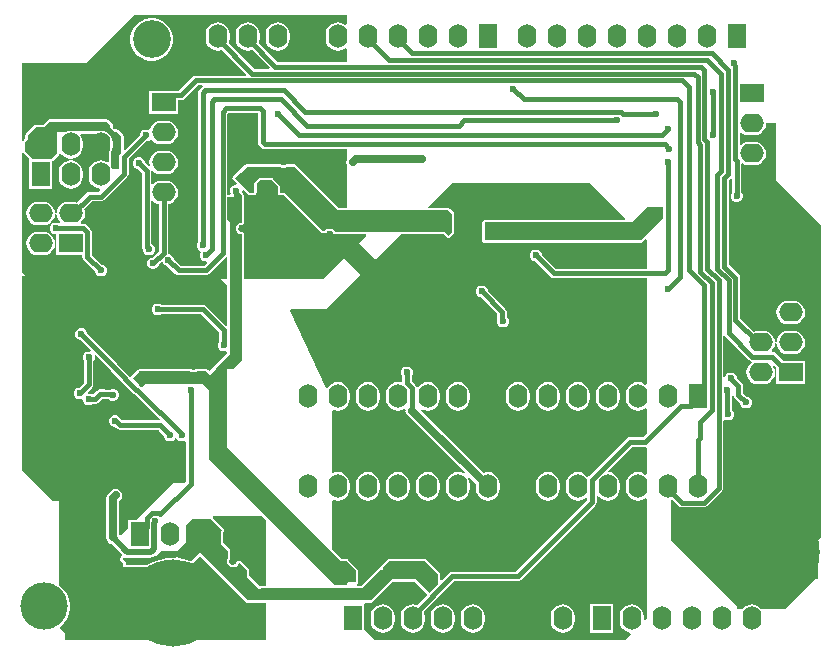
<source format=gbl>
G04*
G04 #@! TF.GenerationSoftware,Altium Limited,Altium Designer,22.7.1 (60)*
G04*
G04 Layer_Physical_Order=2*
G04 Layer_Color=16711680*
%FSLAX44Y44*%
%MOMM*%
G71*
G04*
G04 #@! TF.SameCoordinates,93D02D30-53BF-4241-BF36-2AC50CD89F1B*
G04*
G04*
G04 #@! TF.FilePolarity,Positive*
G04*
G01*
G75*
%ADD69C,0.3810*%
%ADD70C,0.4000*%
%ADD71C,0.6000*%
%ADD72C,0.7000*%
%ADD73C,0.5000*%
%ADD77O,2.0000X1.6000*%
%ADD78R,2.0000X1.6000*%
%ADD79O,1.6000X2.0000*%
%ADD80R,1.6000X2.0000*%
%ADD81C,4.0000*%
G04:AMPARAMS|DCode=82|XSize=2mm|YSize=1.2mm|CornerRadius=0.36mm|HoleSize=0mm|Usage=FLASHONLY|Rotation=0.000|XOffset=0mm|YOffset=0mm|HoleType=Round|Shape=RoundedRectangle|*
%AMROUNDEDRECTD82*
21,1,2.0000,0.4800,0,0,0.0*
21,1,1.2800,1.2000,0,0,0.0*
1,1,0.7200,0.6400,-0.2400*
1,1,0.7200,-0.6400,-0.2400*
1,1,0.7200,-0.6400,0.2400*
1,1,0.7200,0.6400,0.2400*
%
%ADD82ROUNDEDRECTD82*%
%ADD83C,3.2000*%
%ADD84C,7.4000*%
%ADD85C,0.6000*%
G36*
X281940Y528518D02*
X280670Y527892D01*
X279363Y528895D01*
X276931Y529903D01*
X274320Y530246D01*
X271709Y529903D01*
X269277Y528895D01*
X267188Y527292D01*
X265585Y525203D01*
X264577Y522771D01*
X264234Y520160D01*
Y516160D01*
X264577Y513549D01*
X265585Y511117D01*
X267188Y509028D01*
X269277Y507425D01*
X271709Y506417D01*
X274320Y506074D01*
X276931Y506417D01*
X279363Y507425D01*
X280670Y508428D01*
X281940Y507802D01*
Y496617D01*
X223294D01*
X207423Y512488D01*
X207863Y513549D01*
X208206Y516160D01*
Y520160D01*
X207863Y522771D01*
X206855Y525203D01*
X205252Y527292D01*
X203163Y528895D01*
X200730Y529903D01*
X198120Y530246D01*
X195509Y529903D01*
X193077Y528895D01*
X190988Y527292D01*
X189385Y525203D01*
X188377Y522771D01*
X188034Y520160D01*
Y516160D01*
X188377Y513549D01*
X189385Y511117D01*
X190988Y509028D01*
X193077Y507425D01*
X195509Y506417D01*
X198120Y506074D01*
X200730Y506417D01*
X201792Y506857D01*
X216670Y491980D01*
X216183Y490807D01*
X203704D01*
X182023Y512488D01*
X182463Y513549D01*
X182806Y516160D01*
Y520160D01*
X182463Y522771D01*
X181455Y525203D01*
X179852Y527292D01*
X177763Y528895D01*
X175331Y529903D01*
X172720Y530246D01*
X170110Y529903D01*
X167677Y528895D01*
X165588Y527292D01*
X163985Y525203D01*
X162977Y522771D01*
X162634Y520160D01*
Y516160D01*
X162977Y513549D01*
X163985Y511117D01*
X165588Y509028D01*
X167677Y507425D01*
X170110Y506417D01*
X172720Y506074D01*
X175331Y506417D01*
X176392Y506857D01*
X197078Y486172D01*
X196592Y484998D01*
X154125D01*
X154125Y484998D01*
X152564Y484688D01*
X151241Y483804D01*
X139796Y472358D01*
X133000D01*
X133000Y472358D01*
X132606Y472280D01*
X115000D01*
Y452280D01*
X139000D01*
Y464202D01*
X141485D01*
X141485Y464202D01*
X143046Y464512D01*
X144369Y465396D01*
X155815Y476842D01*
X159525D01*
X159910Y475572D01*
X159437Y475255D01*
X157205Y473023D01*
X156342Y471732D01*
X156039Y470208D01*
Y344428D01*
X155798Y344188D01*
X155037Y342350D01*
Y340361D01*
X155798Y338523D01*
X157205Y337117D01*
X157816Y336864D01*
X158321Y335572D01*
X158255Y335412D01*
X157560Y333735D01*
Y331745D01*
X158321Y329908D01*
X159728Y328501D01*
X161565Y327740D01*
X162833D01*
X163359Y326470D01*
X160911Y324021D01*
X141349D01*
X135725Y329646D01*
Y330010D01*
X134964Y331848D01*
X133557Y333254D01*
X131719Y334015D01*
X130959Y334942D01*
X130982Y335056D01*
Y376255D01*
X131610Y376337D01*
X134043Y377345D01*
X136132Y378948D01*
X137735Y381037D01*
X138743Y383470D01*
X139086Y386080D01*
X138743Y388690D01*
X137735Y391123D01*
X136132Y393212D01*
X134043Y394815D01*
X131610Y395823D01*
X129000Y396166D01*
X125000D01*
X122389Y395823D01*
X119957Y394815D01*
X117868Y393212D01*
X117671Y392956D01*
X116469Y393364D01*
Y404085D01*
X117243Y404492D01*
X117703Y404563D01*
X117868Y404348D01*
X119957Y402745D01*
X122389Y401737D01*
X125000Y401394D01*
X129000D01*
X131610Y401737D01*
X134043Y402745D01*
X136132Y404348D01*
X137735Y406437D01*
X138743Y408870D01*
X139086Y411480D01*
X138743Y414090D01*
X137735Y416523D01*
X136132Y418612D01*
X134043Y420215D01*
X131610Y421223D01*
X129000Y421566D01*
X125000D01*
X122389Y421223D01*
X119957Y420215D01*
X117868Y418612D01*
X116265Y416523D01*
X115257Y414090D01*
X114914Y411480D01*
X115233Y409054D01*
X114849Y408708D01*
X114084Y408407D01*
X111000Y411491D01*
Y411855D01*
X110239Y413692D01*
X108832Y415099D01*
X106995Y415860D01*
X105006D01*
X103168Y415099D01*
X101761Y413692D01*
X101000Y411855D01*
Y409865D01*
X101761Y408028D01*
X103168Y406621D01*
X105006Y405860D01*
X105369D01*
X108506Y402724D01*
Y340225D01*
X108809Y338702D01*
X109300Y337967D01*
Y336825D01*
X110061Y334988D01*
X111468Y333581D01*
X113305Y332820D01*
X115295D01*
X117132Y333581D01*
X118539Y334988D01*
X119300Y336825D01*
Y338815D01*
X118539Y340652D01*
X117132Y342059D01*
X116469Y342334D01*
Y378796D01*
X117671Y379204D01*
X117868Y378948D01*
X119957Y377345D01*
X122389Y376337D01*
X123019Y376255D01*
Y336705D01*
X117295Y330981D01*
X116931D01*
X115093Y330220D01*
X113686Y328813D01*
X112925Y326976D01*
Y324986D01*
X113686Y323149D01*
X115093Y321742D01*
X116931Y320981D01*
X118920D01*
X120758Y321742D01*
X122164Y323149D01*
X122925Y324986D01*
Y325350D01*
X124715Y327140D01*
X126213Y326842D01*
X126486Y326183D01*
X127892Y324776D01*
X129730Y324015D01*
X130094D01*
X136885Y317225D01*
X138176Y316362D01*
X139700Y316059D01*
X162560D01*
X164084Y316362D01*
X165375Y317225D01*
X179536Y331385D01*
X180536Y331102D01*
X180806Y330907D01*
Y312420D01*
X175260D01*
X180806Y306874D01*
Y273661D01*
X179536Y273135D01*
X162835Y289835D01*
X161544Y290698D01*
X160020Y291001D01*
X125010D01*
X124752Y291259D01*
X122915Y292020D01*
X120925D01*
X119088Y291259D01*
X117681Y289852D01*
X116920Y288015D01*
Y286025D01*
X117681Y284188D01*
X119088Y282781D01*
X120925Y282020D01*
X122915D01*
X124752Y282781D01*
X125010Y283039D01*
X158371D01*
X173818Y267591D01*
Y259630D01*
X173561Y259372D01*
X172800Y257535D01*
Y255545D01*
X173561Y253708D01*
X174968Y252301D01*
X176805Y251540D01*
X178795D01*
X179451Y251812D01*
X180492Y251143D01*
X180579Y249847D01*
X169836Y239104D01*
X169157Y238087D01*
X165840Y234771D01*
X164457Y236154D01*
X163796Y236596D01*
X163015Y236751D01*
X155423D01*
X155423Y236751D01*
X154643Y236596D01*
X154203Y236302D01*
X152989Y235799D01*
X151811D01*
X150597Y236302D01*
X150157Y236596D01*
X149377Y236751D01*
X106516D01*
X105736Y236596D01*
X105074Y236154D01*
X104632Y235492D01*
X104628Y235473D01*
X99424Y230268D01*
X98435Y230171D01*
X88616Y239989D01*
X87795Y241218D01*
X62311Y266702D01*
Y267066D01*
X61550Y268904D01*
X60143Y270311D01*
X58305Y271072D01*
X56316D01*
X54479Y270311D01*
X53072Y268904D01*
X52311Y267066D01*
Y265077D01*
X53072Y263239D01*
X54479Y261833D01*
X56316Y261072D01*
X56680D01*
X65353Y252399D01*
X64633Y251322D01*
X64495Y251380D01*
X62505D01*
X60668Y250619D01*
X59261Y249212D01*
X58500Y247375D01*
Y245385D01*
X59261Y243548D01*
X59518Y243290D01*
Y225169D01*
X55249Y220900D01*
X54885D01*
X53048Y220139D01*
X51641Y218732D01*
X50880Y216895D01*
Y214905D01*
X51641Y213068D01*
X53048Y211661D01*
X54885Y210900D01*
X56875D01*
X57444Y211136D01*
X58500Y210430D01*
Y209825D01*
X59261Y207988D01*
X60668Y206581D01*
X62505Y205820D01*
X64495D01*
X66332Y206581D01*
X66590Y206838D01*
X68580D01*
X70104Y207142D01*
X71395Y208005D01*
X74969Y211578D01*
X75247D01*
X75273Y211561D01*
X76797Y211257D01*
X80431D01*
X81108Y210581D01*
X82945Y209820D01*
X84935D01*
X86772Y210581D01*
X88179Y211988D01*
X88940Y213825D01*
Y215814D01*
X88179Y217652D01*
X86772Y219059D01*
X84935Y219820D01*
X82945D01*
X81498Y219221D01*
X78027D01*
X78000Y219238D01*
X76476Y219541D01*
X73320D01*
X71796Y219238D01*
X70505Y218375D01*
X67588Y215458D01*
X66332Y215059D01*
X64495Y215820D01*
X63227D01*
X62701Y217090D01*
X66315Y220705D01*
X67178Y221996D01*
X67481Y223520D01*
Y243290D01*
X67739Y243548D01*
X68500Y245385D01*
Y247375D01*
X68443Y247513D01*
X69519Y248233D01*
X81344Y236408D01*
X82165Y235180D01*
X101004Y216340D01*
X102296Y215477D01*
X102647Y215407D01*
X123607Y194447D01*
X123081Y193176D01*
X91293D01*
X90540Y193930D01*
X89941Y195377D01*
X88534Y196784D01*
X86696Y197545D01*
X84707D01*
X82869Y196784D01*
X81463Y195377D01*
X80702Y193540D01*
Y191550D01*
X81463Y189713D01*
X82869Y188306D01*
X84707Y187545D01*
X85664D01*
X86829Y186380D01*
X88121Y185517D01*
X89644Y185214D01*
X122392D01*
X123008Y184598D01*
X123457Y183925D01*
X127080Y180302D01*
Y179345D01*
X127841Y177508D01*
X129248Y176101D01*
X131085Y175340D01*
X133075D01*
X134912Y176101D01*
X136319Y177508D01*
X136473Y177879D01*
X137847D01*
X138001Y177508D01*
X139408Y176101D01*
X141245Y175340D01*
X143235D01*
X144509Y175868D01*
X145779Y175149D01*
Y141387D01*
X144092Y139700D01*
X134620D01*
X103440Y108520D01*
X96680D01*
Y101760D01*
X90698Y95778D01*
X89428Y96304D01*
Y124677D01*
X90325Y125575D01*
X91541Y127394D01*
X91968Y129540D01*
X91541Y131686D01*
X90325Y133505D01*
X88506Y134721D01*
X86360Y135148D01*
X84214Y134721D01*
X82395Y133505D01*
X79855Y130965D01*
X78639Y129146D01*
X78212Y127000D01*
Y93980D01*
X78639Y91834D01*
X79855Y90015D01*
X81674Y88799D01*
X82452Y88644D01*
X82720Y88591D01*
X91547Y79765D01*
X91574Y79682D01*
X91553Y78988D01*
X91316Y78200D01*
X91268Y78168D01*
X90826Y77506D01*
X90300Y76236D01*
X90145Y75456D01*
X90300Y74675D01*
X90742Y74014D01*
X92782Y71974D01*
Y70828D01*
X92937Y70047D01*
X93379Y69386D01*
X94041Y68944D01*
X94821Y68788D01*
X97755D01*
X98065Y68660D01*
X100055D01*
X100365Y68788D01*
X113315D01*
X113551Y68835D01*
X113791Y68845D01*
X113937Y68912D01*
X114095Y68944D01*
X114295Y69077D01*
X114514Y69178D01*
X115248Y69712D01*
X118364Y71299D01*
X119545Y71767D01*
X120705Y72247D01*
X122882Y73149D01*
X123515Y73355D01*
X128509Y74554D01*
X129167Y74658D01*
X130650Y74775D01*
X130647Y74807D01*
X132990Y75061D01*
X137529D01*
X143275Y74151D01*
X148808Y72353D01*
X149229Y72138D01*
X149307Y72116D01*
X149375Y72071D01*
X149688Y72009D01*
X149995Y71922D01*
X150076Y71932D01*
X150155Y71916D01*
X150468Y71978D01*
X150785Y72016D01*
X150856Y72055D01*
X150935Y72071D01*
X151201Y72249D01*
X151480Y72405D01*
X151530Y72468D01*
X151597Y72513D01*
X157480Y78396D01*
X196678Y39198D01*
X197340Y38756D01*
X198120Y38601D01*
X213360D01*
Y6869D01*
X43180D01*
Y12700D01*
X38924Y16956D01*
X39048Y18220D01*
X39424Y18471D01*
X42488Y21536D01*
X44896Y25139D01*
X46554Y29143D01*
X47400Y33393D01*
Y37727D01*
X46554Y41977D01*
X44896Y45981D01*
X42488Y49584D01*
X39424Y52649D01*
X38100Y53533D01*
Y96520D01*
Y101600D01*
Y124460D01*
X33020D01*
X6869Y150611D01*
Y314960D01*
X10160D01*
X6869Y318251D01*
Y419842D01*
X8135Y419985D01*
X8577Y419324D01*
X13408Y414493D01*
X12922Y413320D01*
X12860D01*
Y389320D01*
X32860D01*
Y412666D01*
X33488Y413086D01*
X33488Y413086D01*
X38361Y417959D01*
X38804Y418621D01*
X40147Y418866D01*
X41128Y417588D01*
X43217Y415985D01*
X45649Y414977D01*
X47238Y414768D01*
X48057Y414660D01*
Y413380D01*
X47238Y413272D01*
X45649Y413063D01*
X43217Y412055D01*
X41128Y410452D01*
X39525Y408363D01*
X38517Y405930D01*
X38174Y403320D01*
Y399320D01*
X38517Y396710D01*
X39525Y394277D01*
X41128Y392188D01*
X43217Y390585D01*
X45649Y389577D01*
X48260Y389234D01*
X50870Y389577D01*
X53303Y390585D01*
X55392Y392188D01*
X56995Y394277D01*
X58003Y396710D01*
X58346Y399320D01*
Y403320D01*
X58003Y405930D01*
X56995Y408363D01*
X55392Y410452D01*
X53303Y412055D01*
X50870Y413063D01*
X49282Y413272D01*
X48463Y413380D01*
Y414660D01*
X49282Y414768D01*
X50870Y414977D01*
X53303Y415985D01*
X55392Y417588D01*
X56995Y419677D01*
X58003Y422109D01*
X58346Y424720D01*
Y428720D01*
X58003Y431330D01*
X56995Y433763D01*
X56319Y434644D01*
X56881Y435783D01*
X69504D01*
X70284Y435938D01*
X71582Y436476D01*
X72841Y436642D01*
X74479D01*
X75738Y436476D01*
X77675Y435674D01*
X78682Y434901D01*
X79841Y433742D01*
X80614Y432735D01*
X81416Y430798D01*
X81707Y428586D01*
Y424854D01*
X81416Y422642D01*
X80552Y420557D01*
X80397Y419776D01*
Y412191D01*
X79258Y411629D01*
X78703Y412055D01*
X76270Y413063D01*
X73660Y413406D01*
X71049Y413063D01*
X68617Y412055D01*
X66528Y410452D01*
X64925Y408363D01*
X63917Y405930D01*
X63574Y403320D01*
Y399320D01*
X63917Y396710D01*
X64925Y394277D01*
X66528Y392188D01*
X68617Y390585D01*
X71049Y389577D01*
X73062Y389313D01*
X73530Y387984D01*
X72038Y386492D01*
X64471D01*
X62947Y386189D01*
X61655Y385326D01*
X53932Y377603D01*
X52870Y378043D01*
X50260Y378386D01*
X46260D01*
X43650Y378043D01*
X41217Y377035D01*
X39128Y375432D01*
X37525Y373343D01*
X36517Y370910D01*
X36308Y369322D01*
X36200Y368503D01*
X34920D01*
X34812Y369322D01*
X34603Y370910D01*
X33595Y373343D01*
X31992Y375432D01*
X29903Y377035D01*
X27471Y378043D01*
X24860Y378386D01*
X20860D01*
X18249Y378043D01*
X15817Y377035D01*
X13728Y375432D01*
X12125Y373343D01*
X11117Y370910D01*
X10774Y368300D01*
X11117Y365690D01*
X12125Y363257D01*
X13728Y361168D01*
X15817Y359565D01*
X18249Y358557D01*
X20860Y358214D01*
X24860D01*
X27471Y358557D01*
X29903Y359565D01*
X31992Y361168D01*
X33595Y363257D01*
X34603Y365690D01*
X34812Y367278D01*
X34920Y368097D01*
X36200D01*
X36308Y367278D01*
X36517Y365690D01*
X37525Y363257D01*
X38829Y361558D01*
X38843Y361515D01*
X38610Y360382D01*
X38428Y360105D01*
X38019Y359994D01*
X36555Y360600D01*
X34565D01*
X32728Y359839D01*
X31321Y358432D01*
X30560Y356595D01*
Y354605D01*
X31321Y352768D01*
X32728Y351361D01*
X34565Y350600D01*
X36260D01*
Y332900D01*
X58183D01*
Y331535D01*
X58487Y330011D01*
X59350Y328720D01*
X68660Y319409D01*
Y319045D01*
X69421Y317208D01*
X70828Y315801D01*
X72665Y315040D01*
X74655D01*
X76492Y315801D01*
X77899Y317208D01*
X78660Y319045D01*
Y321035D01*
X77899Y322872D01*
X76492Y324279D01*
X74655Y325040D01*
X74291D01*
X66146Y333184D01*
Y352518D01*
X65843Y354041D01*
X64980Y355333D01*
X61898Y358415D01*
X60606Y359278D01*
X59082Y359581D01*
X57300D01*
X56892Y360784D01*
X57392Y361168D01*
X58995Y363257D01*
X60003Y365690D01*
X60346Y368300D01*
X60003Y370910D01*
X59563Y371972D01*
X66120Y378529D01*
X73687D01*
X75210Y378832D01*
X76502Y379695D01*
X96080Y399273D01*
X96943Y400565D01*
X97247Y402089D01*
Y414196D01*
X112391Y429340D01*
X112755D01*
X114592Y430101D01*
X115387Y430896D01*
X116998Y430872D01*
X117013Y430862D01*
X117868Y429748D01*
X119957Y428145D01*
X122389Y427137D01*
X125000Y426794D01*
X129000D01*
X131610Y427137D01*
X134043Y428145D01*
X136132Y429748D01*
X137735Y431837D01*
X138743Y434269D01*
X139086Y436880D01*
X138743Y439491D01*
X137735Y441923D01*
X136132Y444012D01*
X134043Y445615D01*
X131610Y446623D01*
X129000Y446966D01*
X125000D01*
X122389Y446623D01*
X119957Y445615D01*
X117868Y444012D01*
X116265Y441923D01*
X115287Y439561D01*
X115227Y439477D01*
X113895Y438868D01*
X112755Y439340D01*
X110765D01*
X108928Y438579D01*
X107521Y437172D01*
X106760Y435335D01*
Y434971D01*
X94226Y422436D01*
X93052Y422922D01*
Y434313D01*
X93052Y434314D01*
X92897Y435094D01*
X92455Y435756D01*
X92455Y435756D01*
X89320Y438891D01*
X88658Y439333D01*
X87878Y439488D01*
X87878D01*
X87757Y439464D01*
X86236D01*
X85243Y439876D01*
X84276Y440843D01*
X83864Y441836D01*
Y443357D01*
X83888Y443478D01*
Y443478D01*
X83733Y444258D01*
X83291Y444920D01*
X83291Y444920D01*
X80857Y447354D01*
X80195Y447796D01*
X79415Y447951D01*
X32696D01*
X32514Y448134D01*
X31852Y448576D01*
X31072Y448731D01*
X30291Y448576D01*
X29630Y448134D01*
X25061Y443565D01*
X19083D01*
X18303Y443410D01*
X17641Y442968D01*
X11114Y436441D01*
X10526Y436048D01*
X10084Y435386D01*
X9929Y434606D01*
Y431913D01*
X8718Y430702D01*
X8685Y430653D01*
X8638Y430617D01*
X8465Y430323D01*
X8276Y430040D01*
X8264Y429982D01*
X8234Y429931D01*
X8093Y429526D01*
X6869Y429759D01*
Y495300D01*
X60960D01*
X101600Y535940D01*
X281940D01*
Y528518D01*
D02*
G37*
G36*
X645160Y396240D02*
X652613Y388787D01*
Y388787D01*
X683260Y358140D01*
Y93980D01*
X680720Y91440D01*
Y58420D01*
X678180D01*
X652780Y33020D01*
X633132D01*
X631972Y34532D01*
X629883Y36135D01*
X627450Y37143D01*
X624840Y37486D01*
X622229Y37143D01*
X619797Y36135D01*
X617708Y34532D01*
X616548Y33020D01*
X612140D01*
Y35560D01*
X556260Y91440D01*
Y125524D01*
X556511Y125557D01*
X557572Y125997D01*
X562990Y120580D01*
X564281Y119717D01*
X565805Y119413D01*
X584231D01*
X585755Y119717D01*
X587047Y120580D01*
X599830Y133363D01*
X600693Y134655D01*
X600997Y136179D01*
Y192913D01*
X602267Y193641D01*
X603525Y193120D01*
X605515D01*
X607352Y193881D01*
X608759Y195288D01*
X609520Y197125D01*
Y199115D01*
X608759Y200952D01*
X608298Y201413D01*
Y213699D01*
X609568Y213824D01*
X609701Y213156D01*
X610585Y211833D01*
X614760Y207658D01*
Y207285D01*
X615521Y205448D01*
X616928Y204041D01*
X618765Y203280D01*
X620755D01*
X622592Y204041D01*
X623999Y205448D01*
X624760Y207285D01*
Y209275D01*
X623999Y211112D01*
X622592Y212519D01*
X620755Y213280D01*
X620674D01*
X617547Y216406D01*
Y222231D01*
X617547Y222231D01*
X617237Y223791D01*
X616353Y225115D01*
X616353Y225115D01*
X612178Y229289D01*
Y229662D01*
X611417Y231500D01*
X610010Y232907D01*
X608173Y233668D01*
X606184D01*
X604346Y232907D01*
X602939Y231500D01*
X602178Y229662D01*
X600997Y229875D01*
Y264505D01*
X602267Y264890D01*
X602435Y264639D01*
X622714Y244360D01*
X624005Y243497D01*
X624589Y243381D01*
X624906Y242023D01*
X623328Y240812D01*
X621725Y238723D01*
X620717Y236290D01*
X620374Y233680D01*
X620717Y231070D01*
X621725Y228637D01*
X623328Y226548D01*
X625417Y224945D01*
X627850Y223937D01*
X630460Y223594D01*
X634460D01*
X637071Y223937D01*
X639503Y224945D01*
X641592Y226548D01*
X643195Y228637D01*
X644203Y231070D01*
X644546Y233680D01*
X644203Y236290D01*
X643195Y238723D01*
X642551Y239562D01*
X643508Y240401D01*
X645860Y238049D01*
Y223680D01*
X669860D01*
Y243680D01*
X651491D01*
X645180Y249990D01*
X643889Y250853D01*
X642516Y251126D01*
X642226Y251592D01*
X641959Y252426D01*
X643195Y254037D01*
X644203Y256469D01*
X644412Y258058D01*
X644520Y258877D01*
X645800D01*
X645908Y258058D01*
X646117Y256469D01*
X647125Y254037D01*
X648728Y251948D01*
X650817Y250345D01*
X653250Y249337D01*
X655860Y248994D01*
X659860D01*
X662470Y249337D01*
X664903Y250345D01*
X666992Y251948D01*
X668595Y254037D01*
X669603Y256469D01*
X669946Y259080D01*
X669603Y261691D01*
X668595Y264123D01*
X666992Y266212D01*
X664903Y267815D01*
X662470Y268823D01*
X659860Y269166D01*
X655860D01*
X653250Y268823D01*
X650817Y267815D01*
X648728Y266212D01*
X647125Y264123D01*
X646117Y261691D01*
X645908Y260102D01*
X645800Y259283D01*
X644520D01*
X644412Y260102D01*
X644203Y261691D01*
X643195Y264123D01*
X641592Y266212D01*
X639503Y267815D01*
X637071Y268823D01*
X634460Y269166D01*
X630460D01*
X627850Y268823D01*
X626788Y268383D01*
X615042Y280129D01*
Y314072D01*
X614738Y315595D01*
X613875Y316887D01*
X605696Y325066D01*
Y396802D01*
X606792Y397898D01*
X608062Y397371D01*
Y385963D01*
X607901Y385802D01*
X607140Y383965D01*
Y381975D01*
X607901Y380138D01*
X609308Y378731D01*
X611145Y377970D01*
X613135D01*
X614972Y378731D01*
X616379Y380138D01*
X617140Y381975D01*
Y383965D01*
X616379Y385802D01*
X616218Y385963D01*
Y410140D01*
X617357Y410702D01*
X617797Y410365D01*
X620229Y409357D01*
X622840Y409014D01*
X626840D01*
X629450Y409357D01*
X631883Y410365D01*
X633972Y411968D01*
X635575Y414057D01*
X636583Y416489D01*
X636926Y419100D01*
X636583Y421711D01*
X635575Y424143D01*
X633972Y426232D01*
X631883Y427835D01*
X629450Y428843D01*
X626840Y429186D01*
X622840D01*
X620229Y428843D01*
X617797Y427835D01*
X616188Y426601D01*
X614918Y427211D01*
Y436389D01*
X616188Y436999D01*
X617797Y435765D01*
X620229Y434757D01*
X622840Y434414D01*
X626840D01*
X629450Y434757D01*
X631883Y435765D01*
X633972Y437368D01*
X635575Y439457D01*
X636583Y441889D01*
X636926Y444500D01*
X645160D01*
Y396240D01*
D02*
G37*
G36*
X274988Y370863D02*
X368012D01*
X371051Y367824D01*
Y352364D01*
X368277Y349589D01*
X365105Y352760D01*
X272171D01*
X271925Y353352D01*
X270519Y354759D01*
X268681Y355520D01*
X266692D01*
X264854Y354759D01*
X263448Y353352D01*
X262122Y353469D01*
X229533Y386059D01*
X225559D01*
Y391160D01*
X225559Y391160D01*
X225404Y391940D01*
X224962Y392602D01*
X224962Y392602D01*
X219882Y397682D01*
X219220Y398124D01*
X218440Y398279D01*
X208280D01*
X207500Y398124D01*
X206838Y397682D01*
X206838Y397682D01*
X204298Y395142D01*
X203856Y394480D01*
X203701Y393700D01*
Y386059D01*
X199669D01*
X187248Y398479D01*
X190816Y402047D01*
X191720Y402932D01*
X192157D01*
X197218Y407993D01*
X225509D01*
X225811Y407691D01*
X227648Y406930D01*
X229637D01*
X231475Y407691D01*
X231777Y407993D01*
X237857D01*
X274988Y370863D01*
D02*
G37*
G36*
X31851Y445912D02*
X79415D01*
X81849Y443478D01*
X81825Y443420D01*
Y441430D01*
X82586Y439593D01*
X83993Y438186D01*
X85830Y437425D01*
X87820D01*
X87878Y437449D01*
X91013Y434314D01*
Y419224D01*
X90450Y418660D01*
X89587Y417369D01*
X89536Y417116D01*
X89284Y415845D01*
Y405756D01*
X83426D01*
X83403Y405930D01*
X82436Y408264D01*
Y419776D01*
X83403Y422109D01*
X83746Y424720D01*
Y428720D01*
X83403Y431330D01*
X82395Y433763D01*
X80792Y435852D01*
X78703Y437455D01*
X76270Y438463D01*
X73660Y438806D01*
X71049Y438463D01*
X69504Y437822D01*
X52416D01*
X50870Y438463D01*
X48260Y438806D01*
X45649Y438463D01*
X43398Y437530D01*
X36920D01*
Y419401D01*
X32046Y414528D01*
X16257D01*
X10019Y420766D01*
Y428856D01*
X10160Y429260D01*
X11968Y431068D01*
Y434606D01*
X12163D01*
X19083Y441526D01*
X26003D01*
Y441623D01*
X31072Y446692D01*
X31851Y445912D01*
D02*
G37*
G36*
X223520Y391160D02*
Y390959D01*
Y386059D01*
X223675Y385278D01*
X224117Y384617D01*
X224779Y384174D01*
X225559Y384019D01*
X228688D01*
X260680Y352027D01*
X260937Y351855D01*
X261179Y351661D01*
X261266Y351636D01*
X261341Y351585D01*
X261645Y351525D01*
X261942Y351438D01*
X263269Y351321D01*
X263359Y351331D01*
X263448Y351313D01*
X263752Y351374D01*
X264060Y351407D01*
X264139Y351451D01*
X264228Y351468D01*
X264486Y351640D01*
X264757Y351789D01*
X264814Y351860D01*
X264890Y351910D01*
X266010Y353030D01*
X267098Y353481D01*
X268276D01*
X269364Y353030D01*
X270197Y352197D01*
X270287Y351980D01*
X270729Y351318D01*
X271390Y350876D01*
X272171Y350721D01*
X298261D01*
X298747Y349547D01*
X292100Y342900D01*
X306070Y328930D01*
X327861Y350721D01*
X364261D01*
X366835Y348147D01*
X367496Y347705D01*
X368277Y347549D01*
X369057Y347705D01*
X369719Y348147D01*
X372493Y350922D01*
X372935Y351583D01*
X373091Y352364D01*
Y367824D01*
X372935Y368604D01*
X372493Y369266D01*
X372493Y369266D01*
X369454Y372305D01*
X368793Y372747D01*
X368012Y372902D01*
X351701D01*
X351215Y374075D01*
X370840Y393700D01*
X487680D01*
X517487Y363893D01*
X517001Y362719D01*
X398780D01*
X398000Y362564D01*
X397338Y362122D01*
X396896Y361460D01*
X396741Y360680D01*
Y345440D01*
X396896Y344660D01*
X397338Y343998D01*
X398000Y343556D01*
X398780Y343401D01*
X530860D01*
X530860Y343401D01*
X531640Y343556D01*
X532302Y343998D01*
X532302Y343998D01*
X534842Y346538D01*
X535940Y345440D01*
Y321578D01*
X458889D01*
X446960Y333508D01*
Y333735D01*
X446199Y335572D01*
X444792Y336979D01*
X442955Y337740D01*
X440965D01*
X439128Y336979D01*
X437721Y335572D01*
X436960Y333735D01*
Y331745D01*
X437721Y329908D01*
X439128Y328501D01*
X440965Y327740D01*
X441192D01*
X454316Y314616D01*
X455639Y313732D01*
X457200Y313422D01*
X535940D01*
Y223997D01*
X534670Y223370D01*
X533543Y224235D01*
X531110Y225243D01*
X528500Y225586D01*
X525890Y225243D01*
X523457Y224235D01*
X521368Y222632D01*
X519765Y220543D01*
X518757Y218111D01*
X518414Y215500D01*
Y211500D01*
X518757Y208890D01*
X519765Y206457D01*
X521368Y204368D01*
X523457Y202765D01*
X525890Y201757D01*
X528500Y201414D01*
X531110Y201757D01*
X533543Y202765D01*
X534670Y203630D01*
X535940Y203003D01*
Y182337D01*
X532566Y178964D01*
X521715D01*
X521715Y178964D01*
X520154Y178653D01*
X518831Y177769D01*
X486894Y145832D01*
X486541Y145634D01*
X485471Y145599D01*
X484832Y146432D01*
X482743Y148035D01*
X480311Y149043D01*
X477700Y149386D01*
X475089Y149043D01*
X472657Y148035D01*
X470568Y146432D01*
X468965Y144343D01*
X467957Y141910D01*
X467614Y139300D01*
Y135300D01*
X467957Y132690D01*
X468965Y130257D01*
X470568Y128168D01*
X472657Y126565D01*
X475089Y125557D01*
X477700Y125214D01*
X480311Y125557D01*
X482743Y126565D01*
X484352Y127799D01*
X485622Y127189D01*
Y125629D01*
X425031Y65038D01*
X371380D01*
X371380Y65038D01*
X369819Y64728D01*
X368496Y63844D01*
X368496Y63844D01*
X362446Y57793D01*
X361273Y58280D01*
Y62407D01*
X361273Y62407D01*
X361117Y63187D01*
X360675Y63849D01*
X349422Y75102D01*
X348760Y75544D01*
X347980Y75699D01*
X317500D01*
X317500Y75699D01*
X316720Y75544D01*
X316058Y75102D01*
X316058Y75102D01*
X310978Y70022D01*
X310536Y69360D01*
X310381Y68580D01*
Y68079D01*
X309880D01*
X309100Y67924D01*
X308438Y67482D01*
X293795Y52839D01*
X290721D01*
X290525Y53434D01*
X290510Y54109D01*
X291002Y54438D01*
X291444Y55100D01*
X291599Y55880D01*
Y66040D01*
X291444Y66820D01*
X291002Y67482D01*
X283382Y75102D01*
X282720Y75544D01*
X281940Y75699D01*
X277705D01*
X269240Y84164D01*
Y125280D01*
X270510Y126129D01*
X271889Y125557D01*
X274500Y125214D01*
X277111Y125557D01*
X279543Y126565D01*
X281632Y128168D01*
X283235Y130257D01*
X284243Y132690D01*
X284586Y135300D01*
Y139300D01*
X284243Y141910D01*
X283235Y144343D01*
X281632Y146432D01*
X279543Y148035D01*
X277111Y149043D01*
X274500Y149386D01*
X271889Y149043D01*
X270510Y148471D01*
X269240Y149320D01*
Y201480D01*
X270510Y202329D01*
X271889Y201757D01*
X274500Y201414D01*
X277111Y201757D01*
X279543Y202765D01*
X281632Y204368D01*
X283235Y206457D01*
X284243Y208890D01*
X284586Y211500D01*
Y215500D01*
X284243Y218111D01*
X283235Y220543D01*
X281632Y222632D01*
X279543Y224235D01*
X277111Y225243D01*
X274500Y225586D01*
X271889Y225243D01*
X269457Y224235D01*
X267368Y222632D01*
X265976Y220818D01*
X264606Y220750D01*
X234180Y285949D01*
X234862Y287020D01*
X264160D01*
X293370Y316230D01*
X279400Y330200D01*
X261620Y312420D01*
X195079D01*
Y350600D01*
X194924Y351380D01*
X194482Y352042D01*
X193820Y352484D01*
X193040Y352639D01*
X192451D01*
X191363Y353090D01*
X190530Y353923D01*
X190118Y354916D01*
Y356283D01*
X190491Y357183D01*
X191285Y357977D01*
X191285Y357977D01*
X191379Y358117D01*
X192451Y358561D01*
X193040D01*
X193820Y358716D01*
X194482Y359158D01*
X194924Y359820D01*
X195079Y360600D01*
Y383540D01*
X194924Y384320D01*
X194482Y384982D01*
X194482Y384982D01*
X193225Y386239D01*
X193402Y386665D01*
Y387646D01*
X194672Y388172D01*
X198227Y384617D01*
X198889Y384174D01*
X199669Y384019D01*
X203701D01*
X204481Y384174D01*
X205143Y384617D01*
X205585Y385278D01*
X205740Y386059D01*
Y393499D01*
Y393700D01*
X205882Y393842D01*
X205882Y393842D01*
X208138Y396098D01*
X208138Y396098D01*
X208280Y396240D01*
X218440D01*
X223520Y391160D01*
D02*
G37*
G36*
X206838Y428952D02*
X207142Y427428D01*
X208005Y426137D01*
X210236Y423905D01*
X211528Y423042D01*
X213052Y422738D01*
X281940D01*
Y414042D01*
X281839Y413891D01*
X281412Y411745D01*
X281839Y409599D01*
X281940Y409448D01*
Y373380D01*
X281742Y372902D01*
X275832D01*
X239299Y409435D01*
X238637Y409877D01*
X237857Y410033D01*
X231777D01*
X230997Y409877D01*
X230335Y409435D01*
X230320Y409420D01*
X229232Y408969D01*
X228054D01*
X226966Y409420D01*
X226951Y409435D01*
X226289Y409877D01*
X225509Y410033D01*
X197218D01*
X196438Y409877D01*
X195776Y409435D01*
X195776Y409435D01*
X191213Y404872D01*
X190958Y404824D01*
X190950Y404818D01*
X190939Y404816D01*
X190616Y404600D01*
X190292Y404389D01*
X189389Y403504D01*
X189383Y403495D01*
X189374Y403489D01*
X185807Y399921D01*
X185364Y399260D01*
X185209Y398479D01*
X185364Y397699D01*
X185807Y397038D01*
X185807Y397037D01*
X188914Y393930D01*
X188388Y392660D01*
X187407D01*
X185569Y391899D01*
X184163Y390492D01*
X183402Y388655D01*
Y386665D01*
X183949Y385344D01*
X183296Y384146D01*
X183205Y384074D01*
X180956D01*
Y452494D01*
X181681Y453218D01*
X206838D01*
Y428952D01*
D02*
G37*
G36*
X549642Y364222D02*
X530860Y345440D01*
X398780D01*
Y360680D01*
X523240D01*
X535940Y373380D01*
X549642D01*
Y364222D01*
D02*
G37*
G36*
X193040Y383540D02*
Y360600D01*
X192045D01*
X190208Y359839D01*
X188801Y358432D01*
X188040Y356595D01*
Y354605D01*
X188801Y352768D01*
X190208Y351361D01*
X192045Y350600D01*
X193040D01*
Y243840D01*
X185420Y236220D01*
X180340D01*
Y170180D01*
X276860Y73660D01*
X281940D01*
X289560Y66040D01*
Y55880D01*
X283015D01*
X282935Y55960D01*
X281940Y54965D01*
Y53340D01*
X271780D01*
X165100Y160020D01*
Y218738D01*
X160318Y223520D01*
X111097D01*
X108870Y221293D01*
X108635Y221529D01*
X107786D01*
X107345Y221970D01*
X106053Y222833D01*
X106046Y222835D01*
Y223647D01*
X100866Y228827D01*
X106516Y234477D01*
Y234712D01*
X149377D01*
X149568Y234521D01*
X151405Y233760D01*
X153395D01*
X155232Y234521D01*
X155423Y234712D01*
X163015D01*
X165840Y231887D01*
X182845Y248892D01*
Y360715D01*
X180956Y362603D01*
Y382035D01*
X186455D01*
X190500Y386080D01*
X193040Y383540D01*
D02*
G37*
G36*
X535914Y169930D02*
X535940Y169847D01*
Y147797D01*
X534670Y147170D01*
X533543Y148035D01*
X531110Y149043D01*
X528500Y149386D01*
X525890Y149043D01*
X523457Y148035D01*
X521368Y146432D01*
X519765Y144343D01*
X518757Y141910D01*
X518414Y139300D01*
Y135300D01*
X518757Y132690D01*
X519765Y130257D01*
X521368Y128168D01*
X523457Y126565D01*
X525890Y125557D01*
X528500Y125214D01*
X531110Y125557D01*
X533543Y126565D01*
X534670Y127430D01*
X535940Y126803D01*
Y25400D01*
X534596Y24056D01*
X533326Y24582D01*
Y27400D01*
X532983Y30010D01*
X531975Y32443D01*
X530372Y34532D01*
X528283Y36135D01*
X525850Y37143D01*
X523240Y37486D01*
X520630Y37143D01*
X518197Y36135D01*
X516108Y34532D01*
X514505Y32443D01*
X513497Y30010D01*
X513154Y27400D01*
Y23400D01*
X513497Y20789D01*
X514505Y18357D01*
X516108Y16268D01*
X518197Y14665D01*
X520630Y13657D01*
X522195Y13451D01*
X522650Y12110D01*
X517409Y6869D01*
X305551D01*
X297020Y15400D01*
Y37400D01*
X297020D01*
X297187Y38601D01*
X302260D01*
X303040Y38756D01*
X303702Y39198D01*
X303702Y39198D01*
X320885Y56381D01*
X339515D01*
X350274Y45622D01*
X349376Y44724D01*
X341395Y36743D01*
X340430Y37143D01*
X337820Y37486D01*
X335210Y37143D01*
X332777Y36135D01*
X330688Y34532D01*
X329085Y32443D01*
X328077Y30010D01*
X327734Y27400D01*
Y23400D01*
X328077Y20789D01*
X329085Y18357D01*
X330688Y16268D01*
X332777Y14665D01*
X335210Y13657D01*
X337820Y13314D01*
X340430Y13657D01*
X342863Y14665D01*
X344952Y16268D01*
X346555Y18357D01*
X347563Y20789D01*
X347906Y23400D01*
Y27400D01*
X347563Y30010D01*
X347163Y30975D01*
X373069Y56882D01*
X426720D01*
X426720Y56882D01*
X428281Y57192D01*
X429604Y58076D01*
X492584Y121056D01*
X493468Y122379D01*
X493778Y123940D01*
Y128935D01*
X495048Y129366D01*
X495968Y128168D01*
X498057Y126565D01*
X500490Y125557D01*
X503100Y125214D01*
X505710Y125557D01*
X508143Y126565D01*
X510232Y128168D01*
X511835Y130257D01*
X512843Y132690D01*
X513186Y135300D01*
Y139300D01*
X512843Y141910D01*
X511835Y144343D01*
X510232Y146432D01*
X508143Y148035D01*
X505710Y149043D01*
X503700Y149307D01*
X503234Y150637D01*
X523404Y170807D01*
X534256D01*
X534256Y170807D01*
X534670Y170889D01*
X535914Y169930D01*
D02*
G37*
G36*
X213360Y108876D02*
Y52839D01*
X209801D01*
X209020Y52684D01*
X208754Y52506D01*
X199602Y61659D01*
Y66040D01*
Y66198D01*
X199446Y66978D01*
X199004Y67640D01*
X193032Y73612D01*
X192864Y73724D01*
X192723Y73866D01*
X192537Y73943D01*
X192370Y74054D01*
X192173Y74094D01*
X191987Y74170D01*
X191787D01*
X191590Y74210D01*
X191393Y74170D01*
X191192D01*
X189694Y73872D01*
X189508Y73796D01*
X189311Y73756D01*
X189144Y73645D01*
X188959Y73568D01*
X188817Y73426D01*
X188650Y73314D01*
X188538Y73147D01*
X188396Y73005D01*
X188319Y72820D01*
X188208Y72653D01*
X187930Y71983D01*
X187097Y71150D01*
X186009Y70699D01*
X184831D01*
X183838Y71111D01*
X182871Y72077D01*
X182459Y73071D01*
Y74249D01*
X182978Y75502D01*
X183226Y75872D01*
X183381Y76653D01*
Y82418D01*
X183226Y83199D01*
X182784Y83860D01*
X177588Y89056D01*
Y95072D01*
Y98791D01*
X177912Y99275D01*
X178067Y100055D01*
X177912Y100835D01*
X177470Y101497D01*
X177470Y101497D01*
X168477Y110490D01*
X169003Y111760D01*
X210476D01*
X213360Y108876D01*
D02*
G37*
G36*
X176028Y100055D02*
X175549Y99576D01*
Y88211D01*
X181342Y82418D01*
Y76653D01*
X181181Y76492D01*
X180420Y74655D01*
Y72665D01*
X181181Y70828D01*
X182588Y69421D01*
X184425Y68660D01*
X186415D01*
X188252Y69421D01*
X189659Y70828D01*
X190091Y71873D01*
X191590Y72171D01*
X197562Y66198D01*
Y60814D01*
X208689Y49688D01*
X209801Y50800D01*
X294640D01*
X309880Y66040D01*
X312420D01*
Y68580D01*
X317500Y73660D01*
X347980D01*
X359233Y62407D01*
Y54581D01*
X351716Y47064D01*
X340360Y58420D01*
X320040D01*
X302260Y40640D01*
X198120D01*
X157480Y81280D01*
X150155Y73955D01*
X149591Y74243D01*
X143752Y76140D01*
X137689Y77100D01*
X131551D01*
X125487Y76140D01*
X119649Y74243D01*
X114180Y71456D01*
X113315Y70828D01*
X94821D01*
Y72819D01*
X92184Y75456D01*
X92710Y76726D01*
X118483D01*
X124584Y82827D01*
X139060D01*
X146119Y89886D01*
Y104840D01*
X151024Y109746D01*
X166337D01*
X176028Y100055D01*
D02*
G37*
%LPC*%
G36*
X223520Y530246D02*
X220910Y529903D01*
X218477Y528895D01*
X216388Y527292D01*
X214785Y525203D01*
X213777Y522771D01*
X213434Y520160D01*
Y516160D01*
X213777Y513549D01*
X214785Y511117D01*
X216388Y509028D01*
X218477Y507425D01*
X220910Y506417D01*
X223520Y506074D01*
X226131Y506417D01*
X228563Y507425D01*
X230652Y509028D01*
X232255Y511117D01*
X233263Y513549D01*
X233606Y516160D01*
Y520160D01*
X233263Y522771D01*
X232255Y525203D01*
X230652Y527292D01*
X228563Y528895D01*
X226131Y529903D01*
X223520Y530246D01*
D02*
G37*
G36*
X118613Y533620D02*
X115067D01*
X111590Y532928D01*
X108314Y531571D01*
X105366Y529602D01*
X102858Y527094D01*
X100889Y524146D01*
X99532Y520870D01*
X98840Y517393D01*
Y513847D01*
X99532Y510370D01*
X100889Y507094D01*
X102858Y504146D01*
X105366Y501638D01*
X108314Y499669D01*
X111590Y498312D01*
X115067Y497620D01*
X118613D01*
X122090Y498312D01*
X125366Y499669D01*
X128314Y501638D01*
X130822Y504146D01*
X132791Y507094D01*
X134148Y510370D01*
X134840Y513847D01*
Y517393D01*
X134148Y520870D01*
X132791Y524146D01*
X130822Y527094D01*
X128314Y529602D01*
X125366Y531571D01*
X122090Y532928D01*
X118613Y533620D01*
D02*
G37*
G36*
X24860Y352986D02*
X20860D01*
X18249Y352643D01*
X15817Y351635D01*
X13728Y350032D01*
X12125Y347943D01*
X11117Y345510D01*
X10774Y342900D01*
X11117Y340289D01*
X12125Y337857D01*
X13728Y335768D01*
X15817Y334165D01*
X18249Y333157D01*
X20860Y332814D01*
X24860D01*
X27471Y333157D01*
X29903Y334165D01*
X31992Y335768D01*
X33595Y337857D01*
X34603Y340289D01*
X34946Y342900D01*
X34603Y345510D01*
X33595Y347943D01*
X31992Y350032D01*
X29903Y351635D01*
X27471Y352643D01*
X24860Y352986D01*
D02*
G37*
G36*
X659860Y294566D02*
X655860D01*
X653250Y294223D01*
X650817Y293215D01*
X648728Y291612D01*
X647125Y289523D01*
X646117Y287090D01*
X645774Y284480D01*
X646117Y281870D01*
X647125Y279437D01*
X648728Y277348D01*
X650817Y275745D01*
X653250Y274737D01*
X655860Y274394D01*
X659860D01*
X662470Y274737D01*
X664903Y275745D01*
X666992Y277348D01*
X668595Y279437D01*
X669603Y281870D01*
X669946Y284480D01*
X669603Y287090D01*
X668595Y289523D01*
X666992Y291612D01*
X664903Y293215D01*
X662470Y294223D01*
X659860Y294566D01*
D02*
G37*
G36*
X397235Y307260D02*
X395245D01*
X393408Y306499D01*
X392001Y305092D01*
X391240Y303255D01*
Y301265D01*
X392001Y299428D01*
X393408Y298021D01*
X395245Y297260D01*
X395609D01*
X409619Y283250D01*
Y279302D01*
X409020Y277855D01*
Y275865D01*
X409781Y274028D01*
X411188Y272621D01*
X413025Y271860D01*
X415015D01*
X416852Y272621D01*
X418259Y274028D01*
X419020Y275865D01*
Y277855D01*
X418259Y279692D01*
X417583Y280369D01*
Y284899D01*
X417279Y286423D01*
X416416Y287714D01*
X401240Y302891D01*
Y303255D01*
X400479Y305092D01*
X399072Y306499D01*
X397235Y307260D01*
D02*
G37*
G36*
X333735Y238680D02*
X331745D01*
X329908Y237919D01*
X328501Y236512D01*
X327740Y234675D01*
Y232685D01*
X328501Y230848D01*
X329012Y230337D01*
Y225929D01*
X328263Y225429D01*
X327742Y225265D01*
X325300Y225586D01*
X322690Y225243D01*
X320257Y224235D01*
X318168Y222632D01*
X316565Y220543D01*
X315557Y218111D01*
X315214Y215500D01*
Y211500D01*
X315557Y208890D01*
X316565Y206457D01*
X318168Y204368D01*
X320257Y202765D01*
X322690Y201757D01*
X325300Y201414D01*
X327910Y201757D01*
X330343Y202765D01*
X330704Y203042D01*
X331856Y202325D01*
X331692Y201500D01*
X332119Y199354D01*
X333335Y197535D01*
X381794Y149075D01*
X381143Y148035D01*
X378711Y149043D01*
X376100Y149386D01*
X373489Y149043D01*
X371057Y148035D01*
X368968Y146432D01*
X367365Y144343D01*
X366357Y141910D01*
X366014Y139300D01*
Y135300D01*
X366357Y132690D01*
X367365Y130257D01*
X368968Y128168D01*
X371057Y126565D01*
X373489Y125557D01*
X376100Y125214D01*
X378711Y125557D01*
X381143Y126565D01*
X383232Y128168D01*
X384835Y130257D01*
X385843Y132690D01*
X386186Y135300D01*
Y139300D01*
X385843Y141910D01*
X384835Y144343D01*
X385875Y144994D01*
X391432Y139438D01*
X391414Y139300D01*
Y135300D01*
X391757Y132690D01*
X392765Y130257D01*
X394368Y128168D01*
X396457Y126565D01*
X398890Y125557D01*
X401500Y125214D01*
X404110Y125557D01*
X406543Y126565D01*
X408632Y128168D01*
X410235Y130257D01*
X411243Y132690D01*
X411586Y135300D01*
Y139300D01*
X411243Y141910D01*
X410235Y144343D01*
X408632Y146432D01*
X406543Y148035D01*
X404110Y149043D01*
X401500Y149386D01*
X398890Y149043D01*
X398040Y148691D01*
X345006Y201725D01*
X345657Y202765D01*
X348089Y201757D01*
X350700Y201414D01*
X353311Y201757D01*
X355743Y202765D01*
X357832Y204368D01*
X359435Y206457D01*
X360443Y208890D01*
X360786Y211500D01*
Y215500D01*
X360443Y218111D01*
X359435Y220543D01*
X357832Y222632D01*
X355743Y224235D01*
X353311Y225243D01*
X350700Y225586D01*
X348089Y225243D01*
X345657Y224235D01*
X343568Y222632D01*
X342516Y221261D01*
X341158Y221578D01*
X341068Y222031D01*
X340184Y223354D01*
X340184Y223354D01*
X337169Y226369D01*
Y231307D01*
X337740Y232685D01*
Y234675D01*
X336979Y236512D01*
X335572Y237919D01*
X333735Y238680D01*
D02*
G37*
G36*
X503100Y225586D02*
X500490Y225243D01*
X498057Y224235D01*
X495968Y222632D01*
X494365Y220543D01*
X493357Y218111D01*
X493014Y215500D01*
Y211500D01*
X493357Y208890D01*
X494365Y206457D01*
X495968Y204368D01*
X498057Y202765D01*
X500490Y201757D01*
X503100Y201414D01*
X505710Y201757D01*
X508143Y202765D01*
X510232Y204368D01*
X511835Y206457D01*
X512843Y208890D01*
X513186Y211500D01*
Y215500D01*
X512843Y218111D01*
X511835Y220543D01*
X510232Y222632D01*
X508143Y224235D01*
X505710Y225243D01*
X503100Y225586D01*
D02*
G37*
G36*
X477700D02*
X475089Y225243D01*
X472657Y224235D01*
X470568Y222632D01*
X468965Y220543D01*
X467957Y218111D01*
X467614Y215500D01*
Y211500D01*
X467957Y208890D01*
X468965Y206457D01*
X470568Y204368D01*
X472657Y202765D01*
X475089Y201757D01*
X477700Y201414D01*
X480311Y201757D01*
X482743Y202765D01*
X484832Y204368D01*
X486435Y206457D01*
X487443Y208890D01*
X487786Y211500D01*
Y215500D01*
X487443Y218111D01*
X486435Y220543D01*
X484832Y222632D01*
X482743Y224235D01*
X480311Y225243D01*
X477700Y225586D01*
D02*
G37*
G36*
X452300D02*
X449689Y225243D01*
X447257Y224235D01*
X445168Y222632D01*
X443565Y220543D01*
X442557Y218111D01*
X442214Y215500D01*
Y211500D01*
X442557Y208890D01*
X443565Y206457D01*
X445168Y204368D01*
X447257Y202765D01*
X449689Y201757D01*
X452300Y201414D01*
X454911Y201757D01*
X457343Y202765D01*
X459432Y204368D01*
X461035Y206457D01*
X462043Y208890D01*
X462386Y211500D01*
Y215500D01*
X462043Y218111D01*
X461035Y220543D01*
X459432Y222632D01*
X457343Y224235D01*
X454911Y225243D01*
X452300Y225586D01*
D02*
G37*
G36*
X426900D02*
X424290Y225243D01*
X421857Y224235D01*
X419768Y222632D01*
X418165Y220543D01*
X417157Y218111D01*
X416814Y215500D01*
Y211500D01*
X417157Y208890D01*
X418165Y206457D01*
X419768Y204368D01*
X421857Y202765D01*
X424290Y201757D01*
X426900Y201414D01*
X429510Y201757D01*
X431943Y202765D01*
X434032Y204368D01*
X435635Y206457D01*
X436643Y208890D01*
X436986Y211500D01*
Y215500D01*
X436643Y218111D01*
X435635Y220543D01*
X434032Y222632D01*
X431943Y224235D01*
X429510Y225243D01*
X426900Y225586D01*
D02*
G37*
G36*
X376100D02*
X373489Y225243D01*
X371057Y224235D01*
X368968Y222632D01*
X367365Y220543D01*
X366357Y218111D01*
X366014Y215500D01*
Y211500D01*
X366357Y208890D01*
X367365Y206457D01*
X368968Y204368D01*
X371057Y202765D01*
X373489Y201757D01*
X376100Y201414D01*
X378711Y201757D01*
X381143Y202765D01*
X383232Y204368D01*
X384835Y206457D01*
X385843Y208890D01*
X386186Y211500D01*
Y215500D01*
X385843Y218111D01*
X384835Y220543D01*
X383232Y222632D01*
X381143Y224235D01*
X378711Y225243D01*
X376100Y225586D01*
D02*
G37*
G36*
X299900D02*
X297290Y225243D01*
X294857Y224235D01*
X292768Y222632D01*
X291165Y220543D01*
X290157Y218111D01*
X289814Y215500D01*
Y211500D01*
X290157Y208890D01*
X291165Y206457D01*
X292768Y204368D01*
X294857Y202765D01*
X297290Y201757D01*
X299900Y201414D01*
X302511Y201757D01*
X304943Y202765D01*
X307032Y204368D01*
X308635Y206457D01*
X309643Y208890D01*
X309986Y211500D01*
Y215500D01*
X309643Y218111D01*
X308635Y220543D01*
X307032Y222632D01*
X304943Y224235D01*
X302511Y225243D01*
X299900Y225586D01*
D02*
G37*
G36*
X452300Y149386D02*
X449689Y149043D01*
X447257Y148035D01*
X445168Y146432D01*
X443565Y144343D01*
X442557Y141910D01*
X442214Y139300D01*
Y135300D01*
X442557Y132690D01*
X443565Y130257D01*
X445168Y128168D01*
X447257Y126565D01*
X449689Y125557D01*
X452300Y125214D01*
X454911Y125557D01*
X457343Y126565D01*
X459432Y128168D01*
X461035Y130257D01*
X462043Y132690D01*
X462386Y135300D01*
Y139300D01*
X462043Y141910D01*
X461035Y144343D01*
X459432Y146432D01*
X457343Y148035D01*
X454911Y149043D01*
X452300Y149386D01*
D02*
G37*
G36*
X350700D02*
X348089Y149043D01*
X345657Y148035D01*
X343568Y146432D01*
X341965Y144343D01*
X340957Y141910D01*
X340614Y139300D01*
Y135300D01*
X340957Y132690D01*
X341965Y130257D01*
X343568Y128168D01*
X345657Y126565D01*
X348089Y125557D01*
X350700Y125214D01*
X353311Y125557D01*
X355743Y126565D01*
X357832Y128168D01*
X359435Y130257D01*
X360443Y132690D01*
X360786Y135300D01*
Y139300D01*
X360443Y141910D01*
X359435Y144343D01*
X357832Y146432D01*
X355743Y148035D01*
X353311Y149043D01*
X350700Y149386D01*
D02*
G37*
G36*
X325300D02*
X322690Y149043D01*
X320257Y148035D01*
X318168Y146432D01*
X316565Y144343D01*
X315557Y141910D01*
X315214Y139300D01*
Y135300D01*
X315557Y132690D01*
X316565Y130257D01*
X318168Y128168D01*
X320257Y126565D01*
X322690Y125557D01*
X325300Y125214D01*
X327910Y125557D01*
X330343Y126565D01*
X332432Y128168D01*
X334035Y130257D01*
X335043Y132690D01*
X335386Y135300D01*
Y139300D01*
X335043Y141910D01*
X334035Y144343D01*
X332432Y146432D01*
X330343Y148035D01*
X327910Y149043D01*
X325300Y149386D01*
D02*
G37*
G36*
X299900D02*
X297290Y149043D01*
X294857Y148035D01*
X292768Y146432D01*
X291165Y144343D01*
X290157Y141910D01*
X289814Y139300D01*
Y135300D01*
X290157Y132690D01*
X291165Y130257D01*
X292768Y128168D01*
X294857Y126565D01*
X297290Y125557D01*
X299900Y125214D01*
X302511Y125557D01*
X304943Y126565D01*
X307032Y128168D01*
X308635Y130257D01*
X309643Y132690D01*
X309986Y135300D01*
Y139300D01*
X309643Y141910D01*
X308635Y144343D01*
X307032Y146432D01*
X304943Y148035D01*
X302511Y149043D01*
X299900Y149386D01*
D02*
G37*
G36*
X507840Y37400D02*
X487840D01*
Y13400D01*
X507840D01*
Y37400D01*
D02*
G37*
G36*
X464820Y37486D02*
X462210Y37143D01*
X459777Y36135D01*
X457688Y34532D01*
X456085Y32443D01*
X455077Y30010D01*
X454734Y27400D01*
Y23400D01*
X455077Y20789D01*
X456085Y18357D01*
X457688Y16268D01*
X459777Y14665D01*
X462210Y13657D01*
X464820Y13314D01*
X467430Y13657D01*
X469863Y14665D01*
X471952Y16268D01*
X473555Y18357D01*
X474563Y20789D01*
X474906Y23400D01*
Y27400D01*
X474563Y30010D01*
X473555Y32443D01*
X471952Y34532D01*
X469863Y36135D01*
X467430Y37143D01*
X464820Y37486D01*
D02*
G37*
G36*
X388620D02*
X386009Y37143D01*
X383577Y36135D01*
X381488Y34532D01*
X379885Y32443D01*
X378877Y30010D01*
X378534Y27400D01*
Y23400D01*
X378877Y20789D01*
X379885Y18357D01*
X381488Y16268D01*
X383577Y14665D01*
X386009Y13657D01*
X388620Y13314D01*
X391231Y13657D01*
X393663Y14665D01*
X395752Y16268D01*
X397355Y18357D01*
X398363Y20789D01*
X398706Y23400D01*
Y27400D01*
X398363Y30010D01*
X397355Y32443D01*
X395752Y34532D01*
X393663Y36135D01*
X391231Y37143D01*
X388620Y37486D01*
D02*
G37*
G36*
X363220D02*
X360610Y37143D01*
X358177Y36135D01*
X356088Y34532D01*
X354485Y32443D01*
X353477Y30010D01*
X353134Y27400D01*
Y23400D01*
X353477Y20789D01*
X354485Y18357D01*
X356088Y16268D01*
X358177Y14665D01*
X360610Y13657D01*
X363220Y13314D01*
X365830Y13657D01*
X368263Y14665D01*
X370352Y16268D01*
X371955Y18357D01*
X372963Y20789D01*
X373306Y23400D01*
Y27400D01*
X372963Y30010D01*
X371955Y32443D01*
X370352Y34532D01*
X368263Y36135D01*
X365830Y37143D01*
X363220Y37486D01*
D02*
G37*
G36*
X312420D02*
X309809Y37143D01*
X307377Y36135D01*
X305288Y34532D01*
X303685Y32443D01*
X302677Y30010D01*
X302334Y27400D01*
Y23400D01*
X302677Y20789D01*
X303685Y18357D01*
X305288Y16268D01*
X307377Y14665D01*
X309809Y13657D01*
X312420Y13314D01*
X315030Y13657D01*
X317463Y14665D01*
X319552Y16268D01*
X321155Y18357D01*
X322163Y20789D01*
X322506Y23400D01*
Y27400D01*
X322163Y30010D01*
X321155Y32443D01*
X319552Y34532D01*
X317463Y36135D01*
X315030Y37143D01*
X312420Y37486D01*
D02*
G37*
%LPD*%
D69*
X396240Y302260D02*
X413601Y284899D01*
Y277279D02*
Y284899D01*
Y277279D02*
X414020Y276860D01*
X381616Y447300D02*
X510995D01*
X228600Y472440D02*
X246835Y454205D01*
X248205Y442675D02*
X376991D01*
X513855Y454205D02*
X515940Y452120D01*
X543560D01*
X246835Y454205D02*
X513855D01*
X376991Y442675D02*
X381616Y447300D01*
X89644Y189195D02*
X124041D01*
X85702Y192545D02*
X86294D01*
X89644Y189195D01*
X132080Y180340D02*
Y180933D01*
X126273Y186740D02*
Y186963D01*
X124041Y189195D02*
X126273Y186963D01*
Y186740D02*
X132080Y180933D01*
X68580Y210820D02*
X73320Y215560D01*
X83521Y215239D02*
X83940Y214820D01*
X76476Y215560D02*
X76797Y215239D01*
X73320Y215560D02*
X76476D01*
X76797Y215239D02*
X83521D01*
X611060Y278480D02*
Y314072D01*
X601715Y398452D02*
X604935Y401672D01*
X595905Y400858D02*
X599125Y404078D01*
X597015Y136179D02*
Y311684D01*
X584915Y431480D02*
X587302Y429093D01*
X591205Y201882D02*
Y309277D01*
X579105Y429073D02*
X581492Y426687D01*
X601715Y323417D02*
Y398452D01*
X605250Y267454D02*
Y311665D01*
X581492Y318990D02*
Y426687D01*
X595905Y321010D02*
X605250Y311665D01*
X595905Y321010D02*
Y400858D01*
X587302Y321397D02*
Y429093D01*
Y321397D02*
X597015Y311684D01*
X601715Y323417D02*
X611060Y314072D01*
X581492Y318990D02*
X591205Y309277D01*
X63500Y223520D02*
Y246380D01*
X55880Y215900D02*
X63500Y223520D01*
Y210820D02*
X68580D01*
X84980Y237995D02*
Y238403D01*
X57311Y266072D02*
X84980Y238403D01*
X432010Y464820D02*
X561648D01*
X422910Y473920D02*
X432010Y464820D01*
X167640Y462588D02*
X169872Y464820D01*
X167640Y337880D02*
Y462588D01*
X226060Y464820D02*
X248205Y442675D01*
X160020Y341373D02*
Y470208D01*
X169872Y464820D02*
X226060D01*
X162252Y472440D02*
X228600D01*
X160020Y470208D02*
X162252Y472440D01*
X208588Y457200D02*
X210820Y454968D01*
X176975Y454143D02*
X180032Y457200D01*
X210820Y428952D02*
Y454968D01*
X180032Y457200D02*
X208588D01*
X176975Y334455D02*
Y454143D01*
X561648Y464820D02*
X563880Y462588D01*
Y314247D02*
Y462588D01*
X299720Y516160D02*
X317435Y498445D01*
X198120Y516160D02*
X221645Y492635D01*
X337025Y504255D02*
X590880D01*
X317435Y498445D02*
X586732D01*
X221645Y492635D02*
X582093D01*
X172720Y516160D02*
X202055Y486825D01*
X576283D01*
X325120Y516160D02*
X337025Y504255D01*
X241300Y434340D02*
X548640D01*
X223520Y452120D02*
X241300Y434340D01*
X548640D02*
X553720Y439420D01*
X210820Y428952D02*
X213052Y426720D01*
X551180D02*
X555120Y422780D01*
X213052Y426720D02*
X551180D01*
X84980Y237995D02*
X103820Y219155D01*
X580930Y191607D02*
X591205Y201882D01*
X590880Y504255D02*
X604935Y490200D01*
X586732Y498445D02*
X599125Y486052D01*
X584231Y123395D02*
X597015Y136179D01*
X599125Y404078D02*
Y486052D01*
X605250Y267454D02*
X625529Y247175D01*
X604935Y401672D02*
Y490200D01*
X611060Y278480D02*
X630460Y259080D01*
X580930Y178326D02*
Y191607D01*
X579105Y429073D02*
Y484003D01*
X584915Y431480D02*
Y489813D01*
X582093Y492635D02*
X584915Y489813D01*
X565805Y123395D02*
X584231D01*
X579300Y176696D02*
X580930Y178326D01*
X579300Y137300D02*
Y176696D01*
X576283Y486825D02*
X579105Y484003D01*
X162560Y320040D02*
X176975Y334455D01*
X160020Y287020D02*
X177800Y269240D01*
X121920Y287020D02*
X160020D01*
X554337Y304704D02*
X563880Y314247D01*
X554337Y304225D02*
Y304704D01*
X64471Y382511D02*
X73687D01*
X93265Y402089D01*
Y415845D01*
X50260Y368300D02*
X64471Y382511D01*
X106000Y410860D02*
X112487Y404373D01*
X93265Y415845D02*
X111760Y434340D01*
X112487Y340225D02*
Y404373D01*
Y340225D02*
X114300Y338413D01*
Y337820D02*
Y338413D01*
X177800Y256540D02*
Y269240D01*
X104529Y219155D02*
X142240Y181444D01*
Y180340D02*
Y181444D01*
X103820Y219155D02*
X104529D01*
X625529Y247175D02*
X642365D01*
X139700Y320040D02*
X162560D01*
X130725Y329015D02*
X139700Y320040D01*
X117925Y325981D02*
X127000Y335056D01*
Y386080D01*
X48260Y368300D02*
X50260D01*
X59082Y355600D02*
X62165Y352518D01*
Y331535D02*
X73660Y320040D01*
X35560Y355600D02*
X59082D01*
X62165Y331535D02*
Y352518D01*
X162560Y332740D02*
Y332800D01*
X160020Y341373D02*
X160037Y341356D01*
X162560Y332800D02*
X167640Y337880D01*
X198120Y516160D02*
Y518160D01*
X553900Y135300D02*
X565805Y123395D01*
X553900Y135300D02*
Y137300D01*
X642365Y247175D02*
X655860Y233680D01*
X630460Y259080D02*
X632460D01*
X172720Y516160D02*
Y518160D01*
X299720Y516160D02*
Y518160D01*
X655860Y233680D02*
X657860D01*
X325120Y516160D02*
Y518160D01*
X325300Y137300D02*
Y139300D01*
X299900Y137300D02*
Y139300D01*
D70*
X130208Y78862D02*
G03*
X117865Y75520I4412J-40762D01*
G01*
X106680Y228600D02*
X160020D01*
X172720Y215900D01*
X149858Y139698D02*
Y219060D01*
X186040Y314347D02*
Y358499D01*
Y314347D02*
X186923Y313464D01*
X186040Y358499D02*
X188402Y360861D01*
Y387660D01*
X337300Y201500D02*
Y220471D01*
X267687Y350520D02*
X274688Y343518D01*
X276241D02*
X319420Y300340D01*
X274688Y343518D02*
X276241D01*
X584200Y218400D02*
Y307340D01*
X571500Y320040D02*
Y475177D01*
Y320040D02*
X584200Y307340D01*
X579300Y213500D02*
X584200Y218400D01*
X154125Y480920D02*
X565757D01*
X141485Y468280D02*
X154125Y480920D01*
X565757D02*
X571500Y475177D01*
X371380Y60960D02*
X426720D01*
X337820Y27400D02*
X371380Y60960D01*
X337820Y25400D02*
Y27400D01*
X130208Y78862D02*
X143232Y80272D01*
X99060Y73660D02*
X110540D01*
X117865Y75520D01*
X143232Y80272D02*
X157480Y94520D01*
X172720Y236220D02*
X186923Y250423D01*
Y313464D01*
X276860Y60960D02*
X281940D01*
X172720Y165100D02*
X276860Y60960D01*
X172720Y215900D02*
Y236220D01*
Y165100D02*
Y215900D01*
X299720Y45720D02*
X320040Y66040D01*
X203461Y45720D02*
X299720D01*
X171960Y77220D02*
X203461Y45720D01*
X320040Y66040D02*
X330200D01*
X33703Y226780D02*
X38820D01*
X33703D02*
X53375Y246452D01*
X17780Y226780D02*
X33703D01*
X319420Y300340D02*
X344757D01*
X183750Y95765D02*
X185420Y94095D01*
Y73660D02*
Y94095D01*
X171960Y77220D02*
Y80040D01*
X157480Y94520D02*
X171960Y80040D01*
X579300Y211500D02*
Y213500D01*
X639719Y343261D02*
X642620Y340360D01*
X127000Y462280D02*
X133000Y468280D01*
X141485D01*
X78631Y440720D02*
X86360Y432990D01*
X22860Y428720D02*
X34860Y440720D01*
X22860Y426720D02*
Y428720D01*
X34860Y440720D02*
X78631D01*
X86360Y411480D02*
Y432990D01*
X551180Y317500D02*
X553720Y320040D01*
X457200Y317500D02*
X551180D01*
X553720Y320040D02*
Y411480D01*
X441960Y332740D02*
X457200Y317500D01*
X157480Y94520D02*
Y96520D01*
X330200Y66040D02*
X340360D01*
X353060Y53340D01*
X592020Y471240D02*
X592220Y471440D01*
X592020Y434540D02*
Y471240D01*
X591820Y434340D02*
X592020Y434540D01*
X609600Y494759D02*
X610840Y493519D01*
Y414129D02*
Y493519D01*
Y414129D02*
X612140Y412830D01*
X609600Y494759D02*
Y495300D01*
X612140Y382970D02*
Y412830D01*
X123771Y113611D02*
X149858Y139698D01*
X112680Y110202D02*
X117030Y114552D01*
X112680Y102520D02*
Y110202D01*
X106680Y96520D02*
X112680Y102520D01*
X122830Y114552D02*
X123771Y113611D01*
X117030Y114552D02*
X122830D01*
X607178Y228522D02*
X613469Y222231D01*
X604220Y198420D02*
X604520Y198120D01*
X604220Y198420D02*
Y218740D01*
X607178Y228522D02*
Y228668D01*
X619760Y208280D02*
Y208426D01*
X603920Y219040D02*
X604220Y218740D01*
X613469Y214717D02*
X619760Y208426D01*
X613469Y214717D02*
Y222231D01*
X333091Y224680D02*
X337300Y220471D01*
X333091Y224680D02*
Y233330D01*
X332740Y233680D02*
X333091Y233330D01*
X489700Y142871D02*
X521715Y174885D01*
X534256D01*
X489700Y123940D02*
Y142871D01*
X534256Y174885D02*
X564870Y205500D01*
X573300D01*
X426720Y60960D02*
X489700Y123940D01*
X573300Y205500D02*
X579300Y211500D01*
D71*
X218236Y382419D02*
X218273Y382383D01*
D72*
X289836Y414020D02*
X345440D01*
X287020Y411745D02*
X287561D01*
X289836Y414020D01*
X337300Y201500D02*
X401500Y137300D01*
X83820Y93980D02*
Y127000D01*
X86360Y129540D01*
D73*
X83820Y93980D02*
X95780Y82020D01*
X116529D01*
X119930Y107282D02*
Y107552D01*
X119180Y84656D02*
Y106532D01*
X119930Y107282D01*
X116554Y82030D02*
X119180Y84656D01*
X116529Y82020D02*
X116554Y82030D01*
D77*
X22860Y368300D02*
D03*
Y342900D02*
D03*
X48260Y368300D02*
D03*
X127000Y436880D02*
D03*
Y386080D02*
D03*
Y411480D02*
D03*
X624840Y419100D02*
D03*
Y444500D02*
D03*
X657860Y259080D02*
D03*
Y284480D02*
D03*
X632460Y233680D02*
D03*
Y259080D02*
D03*
Y284480D02*
D03*
D78*
X48260Y342900D02*
D03*
X127000Y462280D02*
D03*
X624840Y469900D02*
D03*
X657860Y233680D02*
D03*
D79*
X325120Y518160D02*
D03*
X350520D02*
D03*
X172720D02*
D03*
X198120D02*
D03*
X223520D02*
D03*
X248920D02*
D03*
X274320D02*
D03*
X299720D02*
D03*
X375920D02*
D03*
X574040Y25400D02*
D03*
X548640D02*
D03*
X624840D02*
D03*
X599440D02*
D03*
X523240D02*
D03*
X48260Y401320D02*
D03*
X73660D02*
D03*
X22860Y426720D02*
D03*
X48260D02*
D03*
X73660D02*
D03*
X249100Y137300D02*
D03*
X274500D02*
D03*
X299900D02*
D03*
X325300D02*
D03*
X350700D02*
D03*
X376100D02*
D03*
X401500D02*
D03*
X426900D02*
D03*
X452300D02*
D03*
X477700D02*
D03*
X503100D02*
D03*
X528500D02*
D03*
X553900D02*
D03*
X579300D02*
D03*
X249100Y213500D02*
D03*
X274500D02*
D03*
X299900D02*
D03*
X325300D02*
D03*
X350700D02*
D03*
X376100D02*
D03*
X401500D02*
D03*
X426900D02*
D03*
X452300D02*
D03*
X477700D02*
D03*
X503100D02*
D03*
X528500D02*
D03*
X553900D02*
D03*
X535940Y518160D02*
D03*
X561340D02*
D03*
X434340D02*
D03*
X459740D02*
D03*
X485140D02*
D03*
X510540D02*
D03*
X586740D02*
D03*
X132080Y96520D02*
D03*
X157480D02*
D03*
X312420Y25400D02*
D03*
X388620D02*
D03*
X414020D02*
D03*
X439420D02*
D03*
X464820D02*
D03*
X337820D02*
D03*
X363220D02*
D03*
D80*
X401320Y518160D02*
D03*
X497840Y25400D02*
D03*
X22860Y401320D02*
D03*
X579300Y213500D02*
D03*
X612140Y518160D02*
D03*
X106680Y96520D02*
D03*
X287020Y25400D02*
D03*
D81*
X25400Y35560D02*
D03*
X71120D02*
D03*
D82*
X17780Y292780D02*
D03*
Y226780D02*
D03*
D83*
X116840Y515620D02*
D03*
D84*
X134620Y38100D02*
D03*
X642620Y340360D02*
D03*
X645160Y81280D02*
D03*
D85*
X149860Y218440D02*
D03*
X119040Y241640D02*
D03*
X414020Y276860D02*
D03*
X409900Y256920D02*
D03*
X219196Y382784D02*
D03*
X195319Y400100D02*
D03*
X210820Y414020D02*
D03*
X543560Y368300D02*
D03*
X510995Y447300D02*
D03*
X345440Y414020D02*
D03*
X228643Y411930D02*
D03*
X188402Y387660D02*
D03*
X267687Y350520D02*
D03*
X152400Y238760D02*
D03*
X106680Y228600D02*
D03*
X85702Y192545D02*
D03*
X86360Y129540D02*
D03*
X83940Y214820D02*
D03*
X114507Y133213D02*
D03*
X436880Y289560D02*
D03*
X193040Y355600D02*
D03*
X130370Y263631D02*
D03*
X422910Y473920D02*
D03*
X223520Y452120D02*
D03*
X363220Y363220D02*
D03*
X287020Y411745D02*
D03*
X281940Y60960D02*
D03*
X53375Y246452D02*
D03*
X57311Y266072D02*
D03*
X63500Y246380D02*
D03*
X183750Y95765D02*
D03*
X185420Y73660D02*
D03*
X622300Y401320D02*
D03*
X121920Y287020D02*
D03*
X152400Y297180D02*
D03*
X55880Y302260D02*
D03*
X76200Y287020D02*
D03*
X106680Y172720D02*
D03*
X73660Y121920D02*
D03*
X81280Y157480D02*
D03*
X53340Y114300D02*
D03*
X12700Y452120D02*
D03*
X86825Y442425D02*
D03*
X396240Y302260D02*
D03*
X344757Y300340D02*
D03*
X554337Y304225D02*
D03*
X441960Y332740D02*
D03*
X360680Y266700D02*
D03*
X99060Y73660D02*
D03*
X330200Y66040D02*
D03*
X353060Y53340D02*
D03*
X264160Y368300D02*
D03*
X406400Y353060D02*
D03*
X592220Y471440D02*
D03*
X609600Y495300D02*
D03*
X612140Y382970D02*
D03*
X553720Y439420D02*
D03*
Y411480D02*
D03*
X591820Y434340D02*
D03*
X555120Y422780D02*
D03*
X543560Y452120D02*
D03*
X86360Y411480D02*
D03*
X106000Y410860D02*
D03*
X177800Y256540D02*
D03*
X172720Y165100D02*
D03*
X142240Y180340D02*
D03*
X119930Y107552D02*
D03*
X55880Y215900D02*
D03*
X63500Y210820D02*
D03*
X132080Y180340D02*
D03*
X603920Y219040D02*
D03*
X607178Y228668D02*
D03*
X604520Y198120D02*
D03*
X619760Y208280D02*
D03*
X117925Y325981D02*
D03*
X130725Y329015D02*
D03*
X114300Y337820D02*
D03*
X111760Y434340D02*
D03*
X73660Y320040D02*
D03*
X35560Y355600D02*
D03*
X332740Y233680D02*
D03*
X162560Y332740D02*
D03*
X160037Y341356D02*
D03*
M02*

</source>
